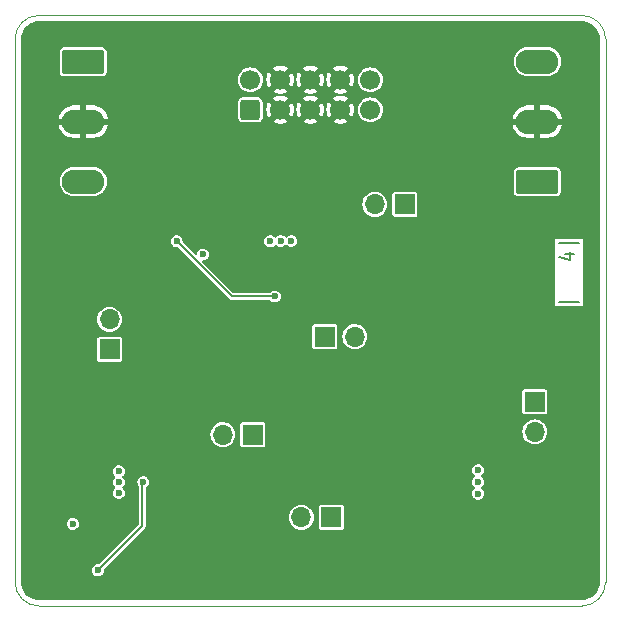
<source format=gbr>
%TF.GenerationSoftware,KiCad,Pcbnew,8.0.1*%
%TF.CreationDate,2024-04-20T12:15:38+02:00*%
%TF.ProjectId,nbg,6e62672e-6b69-4636-9164-5f7063625858,rev?*%
%TF.SameCoordinates,Original*%
%TF.FileFunction,Copper,L4,Bot*%
%TF.FilePolarity,Positive*%
%FSLAX46Y46*%
G04 Gerber Fmt 4.6, Leading zero omitted, Abs format (unit mm)*
G04 Created by KiCad (PCBNEW 8.0.1) date 2024-04-20 12:15:38*
%MOMM*%
%LPD*%
G01*
G04 APERTURE LIST*
G04 Aperture macros list*
%AMRoundRect*
0 Rectangle with rounded corners*
0 $1 Rounding radius*
0 $2 $3 $4 $5 $6 $7 $8 $9 X,Y pos of 4 corners*
0 Add a 4 corners polygon primitive as box body*
4,1,4,$2,$3,$4,$5,$6,$7,$8,$9,$2,$3,0*
0 Add four circle primitives for the rounded corners*
1,1,$1+$1,$2,$3*
1,1,$1+$1,$4,$5*
1,1,$1+$1,$6,$7*
1,1,$1+$1,$8,$9*
0 Add four rect primitives between the rounded corners*
20,1,$1+$1,$2,$3,$4,$5,0*
20,1,$1+$1,$4,$5,$6,$7,0*
20,1,$1+$1,$6,$7,$8,$9,0*
20,1,$1+$1,$8,$9,$2,$3,0*%
G04 Aperture macros list end*
%ADD10C,0.200000*%
%TA.AperFunction,NonConductor*%
%ADD11C,0.200000*%
%TD*%
%TA.AperFunction,ComponentPad*%
%ADD12R,1.700000X1.700000*%
%TD*%
%TA.AperFunction,ComponentPad*%
%ADD13O,1.700000X1.700000*%
%TD*%
%TA.AperFunction,ComponentPad*%
%ADD14RoundRect,0.249999X1.550001X-0.790001X1.550001X0.790001X-1.550001X0.790001X-1.550001X-0.790001X0*%
%TD*%
%TA.AperFunction,ComponentPad*%
%ADD15O,3.600000X2.080000*%
%TD*%
%TA.AperFunction,ComponentPad*%
%ADD16RoundRect,0.249999X-1.550001X0.790001X-1.550001X-0.790001X1.550001X-0.790001X1.550001X0.790001X0*%
%TD*%
%TA.AperFunction,ComponentPad*%
%ADD17RoundRect,0.250000X0.600000X-0.600000X0.600000X0.600000X-0.600000X0.600000X-0.600000X-0.600000X0*%
%TD*%
%TA.AperFunction,ComponentPad*%
%ADD18C,1.700000*%
%TD*%
%TA.AperFunction,ViaPad*%
%ADD19C,0.600000*%
%TD*%
%TA.AperFunction,Conductor*%
%ADD20C,0.200000*%
%TD*%
%TA.AperFunction,Profile*%
%ADD21C,0.050000*%
%TD*%
G04 APERTURE END LIST*
D10*
D11*
X92742742Y-74296993D02*
X91028457Y-74296993D01*
X91542742Y-70182707D02*
X92342742Y-70182707D01*
X91085600Y-70468421D02*
X91942742Y-70754135D01*
X91942742Y-70754135D02*
X91942742Y-70011278D01*
X92742742Y-69268421D02*
X91028457Y-69268421D01*
D12*
%TO.P,J7,1,Pin_1*%
%TO.N,/AP62250/Vin3*%
X71775000Y-92500000D03*
D13*
%TO.P,J7,2,Pin_2*%
%TO.N,/AP62250/V-in*%
X69235000Y-92500000D03*
%TD*%
D14*
%TO.P,J6,1,Pin_1*%
%TO.N,/AP62250/V-ut*%
X89222500Y-64080000D03*
D15*
%TO.P,J6,2,Pin_2*%
%TO.N,GND*%
X89222500Y-59000000D03*
%TO.P,J6,3,Pin_3*%
%TO.N,/AP62250/V+ut*%
X89222500Y-53920000D03*
%TD*%
D12*
%TO.P,J8,1,Pin_1*%
%TO.N,/AP62250/V-ut*%
X89000000Y-82725000D03*
D13*
%TO.P,J8,2,Pin_2*%
%TO.N,Net-(J8-Pin_2)*%
X89000000Y-85265000D03*
%TD*%
D12*
%TO.P,J1,1,Pin_1*%
%TO.N,/AP62250/V+in*%
X78000000Y-66000000D03*
D13*
%TO.P,J1,2,Pin_2*%
%TO.N,/AP62250/Vin1*%
X75460000Y-66000000D03*
%TD*%
D16*
%TO.P,J5,1,Pin_1*%
%TO.N,/AP62250/V+in*%
X50777500Y-53920000D03*
D15*
%TO.P,J5,2,Pin_2*%
%TO.N,GND*%
X50777500Y-59000000D03*
%TO.P,J5,3,Pin_3*%
%TO.N,/AP62250/V-in*%
X50777500Y-64080000D03*
%TD*%
D12*
%TO.P,J4,1,Pin_1*%
%TO.N,/AP62250/V-ut*%
X65133800Y-85500000D03*
D13*
%TO.P,J4,2,Pin_2*%
%TO.N,Net-(J4-Pin_2)*%
X62593800Y-85500000D03*
%TD*%
D12*
%TO.P,J3,1,Pin_1*%
%TO.N,Net-(J3-Pin_1)*%
X71225000Y-77199200D03*
D13*
%TO.P,J3,2,Pin_2*%
%TO.N,/AP62250/V+ut*%
X73765000Y-77199200D03*
%TD*%
D17*
%TO.P,J9,1,Pin_1*%
%TO.N,/AP62250/V-in*%
X64920000Y-58000000D03*
D18*
%TO.P,J9,2,Pin_2*%
X64920000Y-55460000D03*
%TO.P,J9,3,Pin_3*%
%TO.N,GND*%
X67460000Y-58000000D03*
%TO.P,J9,4,Pin_4*%
X67460000Y-55460000D03*
%TO.P,J9,5,Pin_5*%
X70000000Y-58000000D03*
%TO.P,J9,6,Pin_6*%
X70000000Y-55460000D03*
%TO.P,J9,7,Pin_7*%
X72540000Y-58000000D03*
%TO.P,J9,8,Pin_8*%
X72540000Y-55460000D03*
%TO.P,J9,9,Pin_9*%
%TO.N,/AP62250/V+in*%
X75080000Y-58000000D03*
%TO.P,J9,10,Pin_10*%
X75080000Y-55460000D03*
%TD*%
D12*
%TO.P,J2,1,Pin_1*%
%TO.N,/AP62250/Vin2*%
X53000000Y-78275000D03*
D13*
%TO.P,J2,2,Pin_2*%
%TO.N,/AP62250/V-in*%
X53000000Y-75735000D03*
%TD*%
D19*
%TO.N,GND*%
X85790339Y-88318963D03*
X82500000Y-70000000D03*
X77647600Y-69998819D03*
X55000000Y-72500000D03*
X55000000Y-67500000D03*
X52500000Y-62500000D03*
X77500000Y-62500000D03*
X62500000Y-62500000D03*
X82500000Y-62500000D03*
X67500000Y-62500000D03*
X72500000Y-62500000D03*
X57500000Y-62500000D03*
X87500000Y-57500000D03*
X87500000Y-82500000D03*
X87500000Y-67500000D03*
X87500000Y-72500000D03*
X87500000Y-77500000D03*
X87500000Y-62500000D03*
X92500000Y-67500000D03*
X92500000Y-92500000D03*
X92500000Y-77500000D03*
X92500000Y-97500000D03*
X92500000Y-82500000D03*
X92500000Y-87500000D03*
X92500000Y-62500000D03*
X92500000Y-57500000D03*
X92500000Y-52500000D03*
X87500000Y-52500000D03*
X82500000Y-52500000D03*
X77500000Y-52500000D03*
X72500000Y-52500000D03*
X67500000Y-52500000D03*
X62500000Y-52500000D03*
X57500000Y-52500000D03*
X47500000Y-52500000D03*
X47500000Y-57500000D03*
X47500000Y-62500000D03*
X47500000Y-67500000D03*
X47500000Y-72500000D03*
X47500000Y-77500000D03*
X47500000Y-97500000D03*
X47500000Y-92500000D03*
X47500000Y-87500000D03*
X47500000Y-82500000D03*
X50000000Y-80000000D03*
X55000000Y-80000000D03*
X60000000Y-80000000D03*
X65000000Y-80000000D03*
X70000000Y-80000000D03*
X65000000Y-90000000D03*
X70000000Y-90000000D03*
X70000000Y-85000000D03*
X75000000Y-82500000D03*
X75000000Y-87500000D03*
X65000000Y-95000000D03*
X70000000Y-95000000D03*
X75000000Y-95000000D03*
X76942449Y-98390697D03*
X71203728Y-98079850D03*
X66774152Y-98169517D03*
X62111440Y-96651147D03*
X82000000Y-98000000D03*
X81000000Y-88500000D03*
X54288800Y-86014000D03*
X50682000Y-90382800D03*
X63900000Y-66199200D03*
X78100000Y-87300000D03*
X84000000Y-86800000D03*
X54288800Y-86928400D03*
X67500000Y-72299200D03*
X54288800Y-83423200D03*
X81000000Y-90500000D03*
X54288800Y-82508800D03*
X54288800Y-81594400D03*
X79900000Y-95600000D03*
X74500000Y-72099200D03*
X84000000Y-86000000D03*
X81000000Y-89500000D03*
X84000000Y-83300000D03*
X71000000Y-72099200D03*
X84000000Y-85200000D03*
X50682000Y-89468400D03*
X71900000Y-72099200D03*
X50682000Y-88604800D03*
X84000000Y-81700000D03*
X68400000Y-72299200D03*
X84000000Y-82500000D03*
X75400000Y-72099200D03*
X82000000Y-95900000D03*
X73600000Y-72099200D03*
X70100000Y-72099200D03*
X66600000Y-72299200D03*
X78662500Y-77900000D03*
X54288800Y-85099600D03*
X79587500Y-80587500D03*
X51800000Y-95900000D03*
%TO.N,Net-(J3-Pin_1)*%
X67001600Y-73799200D03*
X58670400Y-69125600D03*
%TO.N,Net-(J4-Pin_2)*%
X52002800Y-96986800D03*
X55863600Y-89519200D03*
%TO.N,/AP62250/Vin1*%
X66595200Y-69125600D03*
X68400000Y-69099200D03*
X67500000Y-69099200D03*
X60905600Y-70243200D03*
%TO.N,/AP62250/Vin2*%
X53780800Y-90433600D03*
X53780800Y-89519200D03*
X49900000Y-93050000D03*
X53780800Y-88604800D03*
%TO.N,/AP62250/Vin3*%
X84200000Y-89500000D03*
X84200000Y-88500000D03*
X84200000Y-90500000D03*
%TD*%
D20*
%TO.N,Net-(J3-Pin_1)*%
X67001600Y-73799200D02*
X63344000Y-73799200D01*
X63344000Y-73799200D02*
X58670400Y-69125600D01*
%TO.N,Net-(J4-Pin_2)*%
X55863600Y-89519200D02*
X55762000Y-89620800D01*
X55762000Y-89620800D02*
X55762000Y-93227600D01*
X55762000Y-93227600D02*
X52002800Y-96986800D01*
%TD*%
%TA.AperFunction,Conductor*%
%TO.N,GND*%
G36*
X93002642Y-50500688D02*
G01*
X93208118Y-50515385D01*
X93218567Y-50516887D01*
X93274033Y-50528952D01*
X93417296Y-50560117D01*
X93427406Y-50563085D01*
X93617965Y-50634161D01*
X93627556Y-50638541D01*
X93747496Y-50704033D01*
X93806041Y-50736001D01*
X93814924Y-50741709D01*
X93977727Y-50863582D01*
X93985706Y-50870496D01*
X94129503Y-51014293D01*
X94136417Y-51022272D01*
X94258290Y-51185075D01*
X94263998Y-51193958D01*
X94361456Y-51372439D01*
X94365842Y-51382042D01*
X94436909Y-51572578D01*
X94439884Y-51582710D01*
X94483112Y-51781432D01*
X94484614Y-51791881D01*
X94499311Y-51997356D01*
X94499500Y-52002636D01*
X94499500Y-97997363D01*
X94499311Y-98002643D01*
X94484614Y-98208118D01*
X94483112Y-98218567D01*
X94439884Y-98417289D01*
X94436909Y-98427421D01*
X94365842Y-98617957D01*
X94361456Y-98627560D01*
X94263998Y-98806041D01*
X94258290Y-98814924D01*
X94136417Y-98977727D01*
X94129503Y-98985706D01*
X93985706Y-99129503D01*
X93977727Y-99136417D01*
X93814924Y-99258290D01*
X93806041Y-99263998D01*
X93627560Y-99361456D01*
X93617957Y-99365842D01*
X93427421Y-99436909D01*
X93417289Y-99439884D01*
X93218567Y-99483112D01*
X93208118Y-99484614D01*
X93025297Y-99497690D01*
X93002641Y-99499311D01*
X92997364Y-99499500D01*
X47002636Y-99499500D01*
X46997358Y-99499311D01*
X46972878Y-99497560D01*
X46791881Y-99484614D01*
X46781432Y-99483112D01*
X46582710Y-99439884D01*
X46572584Y-99436910D01*
X46382040Y-99365841D01*
X46372439Y-99361456D01*
X46193958Y-99263998D01*
X46185075Y-99258290D01*
X46022272Y-99136417D01*
X46014293Y-99129503D01*
X45870496Y-98985706D01*
X45863582Y-98977727D01*
X45741709Y-98814924D01*
X45736001Y-98806041D01*
X45638543Y-98627560D01*
X45634161Y-98617965D01*
X45563085Y-98427406D01*
X45560117Y-98417296D01*
X45516887Y-98218567D01*
X45515385Y-98208117D01*
X45500689Y-98002642D01*
X45500500Y-97997363D01*
X45500500Y-96986800D01*
X51497153Y-96986800D01*
X51517634Y-97129254D01*
X51577423Y-97260173D01*
X51671668Y-97368939D01*
X51671669Y-97368940D01*
X51671672Y-97368943D01*
X51792747Y-97446753D01*
X51899203Y-97478011D01*
X51930835Y-97487299D01*
X51930837Y-97487300D01*
X51930839Y-97487300D01*
X52074763Y-97487300D01*
X52074764Y-97487299D01*
X52212853Y-97446753D01*
X52333928Y-97368943D01*
X52428177Y-97260173D01*
X52487965Y-97129257D01*
X52508447Y-96986800D01*
X52503576Y-96952928D01*
X52517582Y-96898053D01*
X52524490Y-96890079D01*
X56002460Y-93412111D01*
X56042022Y-93343588D01*
X56062500Y-93267162D01*
X56062500Y-93188038D01*
X56062500Y-92500000D01*
X68179417Y-92500000D01*
X68199700Y-92705934D01*
X68259768Y-92903954D01*
X68357315Y-93086450D01*
X68488590Y-93246410D01*
X68648550Y-93377685D01*
X68831046Y-93475232D01*
X69029066Y-93535300D01*
X69235000Y-93555583D01*
X69440934Y-93535300D01*
X69638954Y-93475232D01*
X69821450Y-93377685D01*
X69831124Y-93369746D01*
X70724500Y-93369746D01*
X70736133Y-93428232D01*
X70765608Y-93472343D01*
X70780448Y-93494552D01*
X70803497Y-93509953D01*
X70846767Y-93538866D01*
X70846768Y-93538866D01*
X70846769Y-93538867D01*
X70905252Y-93550500D01*
X70905254Y-93550500D01*
X72644746Y-93550500D01*
X72644748Y-93550500D01*
X72703231Y-93538867D01*
X72769552Y-93494552D01*
X72813867Y-93428231D01*
X72825500Y-93369748D01*
X72825500Y-91630252D01*
X72813867Y-91571769D01*
X72769552Y-91505448D01*
X72747343Y-91490608D01*
X72703232Y-91461133D01*
X72703233Y-91461133D01*
X72673989Y-91455316D01*
X72644748Y-91449500D01*
X70905252Y-91449500D01*
X70876010Y-91455316D01*
X70846767Y-91461133D01*
X70780449Y-91505447D01*
X70780447Y-91505449D01*
X70736133Y-91571767D01*
X70724500Y-91630253D01*
X70724500Y-93369746D01*
X69831124Y-93369746D01*
X69981410Y-93246410D01*
X70112685Y-93086450D01*
X70210232Y-92903954D01*
X70270300Y-92705934D01*
X70290583Y-92500000D01*
X70270300Y-92294066D01*
X70210232Y-92096046D01*
X70112685Y-91913550D01*
X69981410Y-91753590D01*
X69821450Y-91622315D01*
X69638954Y-91524768D01*
X69527158Y-91490855D01*
X69440935Y-91464700D01*
X69235000Y-91444417D01*
X69029064Y-91464700D01*
X68831043Y-91524769D01*
X68648549Y-91622315D01*
X68488590Y-91753589D01*
X68488589Y-91753590D01*
X68357315Y-91913549D01*
X68259769Y-92096043D01*
X68199700Y-92294064D01*
X68199700Y-92294066D01*
X68179417Y-92500000D01*
X56062500Y-92500000D01*
X56062500Y-90500000D01*
X83694353Y-90500000D01*
X83714834Y-90642454D01*
X83774623Y-90773373D01*
X83868868Y-90882139D01*
X83868869Y-90882140D01*
X83868872Y-90882143D01*
X83989947Y-90959953D01*
X84096403Y-90991211D01*
X84128035Y-91000499D01*
X84128037Y-91000500D01*
X84128039Y-91000500D01*
X84271963Y-91000500D01*
X84271964Y-91000499D01*
X84410053Y-90959953D01*
X84531128Y-90882143D01*
X84625377Y-90773373D01*
X84685165Y-90642457D01*
X84705647Y-90500000D01*
X84685165Y-90357543D01*
X84625377Y-90226627D01*
X84531128Y-90117857D01*
X84444605Y-90062252D01*
X84412304Y-90015730D01*
X84422360Y-89959993D01*
X84444606Y-89937747D01*
X84446713Y-89936393D01*
X84531128Y-89882143D01*
X84625377Y-89773373D01*
X84685165Y-89642457D01*
X84705647Y-89500000D01*
X84685165Y-89357543D01*
X84625377Y-89226627D01*
X84601814Y-89199434D01*
X84531131Y-89117860D01*
X84531129Y-89117859D01*
X84531128Y-89117857D01*
X84444605Y-89062252D01*
X84412304Y-89015730D01*
X84422360Y-88959993D01*
X84444606Y-88937747D01*
X84531128Y-88882143D01*
X84625377Y-88773373D01*
X84685165Y-88642457D01*
X84705647Y-88500000D01*
X84685165Y-88357543D01*
X84625377Y-88226627D01*
X84531128Y-88117857D01*
X84474182Y-88081260D01*
X84410054Y-88040047D01*
X84410050Y-88040046D01*
X84271964Y-87999500D01*
X84271961Y-87999500D01*
X84128039Y-87999500D01*
X84128036Y-87999500D01*
X83989949Y-88040046D01*
X83989945Y-88040047D01*
X83868875Y-88117855D01*
X83868868Y-88117860D01*
X83774623Y-88226626D01*
X83714834Y-88357545D01*
X83694353Y-88500000D01*
X83714834Y-88642454D01*
X83774623Y-88773373D01*
X83868868Y-88882139D01*
X83868869Y-88882140D01*
X83868872Y-88882143D01*
X83955394Y-88937747D01*
X83987695Y-88984270D01*
X83977639Y-89040008D01*
X83955394Y-89062253D01*
X83868872Y-89117857D01*
X83868868Y-89117860D01*
X83774623Y-89226626D01*
X83714834Y-89357545D01*
X83694353Y-89500000D01*
X83714834Y-89642454D01*
X83714834Y-89642455D01*
X83714835Y-89642457D01*
X83774623Y-89773373D01*
X83868868Y-89882139D01*
X83868869Y-89882140D01*
X83868872Y-89882143D01*
X83953287Y-89936393D01*
X83955394Y-89937747D01*
X83987695Y-89984270D01*
X83977639Y-90040008D01*
X83955394Y-90062253D01*
X83868872Y-90117857D01*
X83868868Y-90117860D01*
X83774623Y-90226626D01*
X83714834Y-90357545D01*
X83694353Y-90500000D01*
X56062500Y-90500000D01*
X56062500Y-90026727D01*
X56084174Y-89974401D01*
X56096488Y-89964477D01*
X56194728Y-89901343D01*
X56288977Y-89792573D01*
X56348765Y-89661657D01*
X56369247Y-89519200D01*
X56348765Y-89376743D01*
X56288977Y-89245827D01*
X56194728Y-89137057D01*
X56137782Y-89100460D01*
X56073654Y-89059247D01*
X56073650Y-89059246D01*
X55935564Y-89018700D01*
X55935561Y-89018700D01*
X55791639Y-89018700D01*
X55791636Y-89018700D01*
X55653549Y-89059246D01*
X55653545Y-89059247D01*
X55532475Y-89137055D01*
X55532468Y-89137060D01*
X55438223Y-89245826D01*
X55378434Y-89376745D01*
X55357953Y-89519200D01*
X55378434Y-89661654D01*
X55378434Y-89661655D01*
X55378435Y-89661657D01*
X55438223Y-89792573D01*
X55438224Y-89792574D01*
X55443424Y-89798575D01*
X55461500Y-89847036D01*
X55461500Y-93072476D01*
X55439826Y-93124802D01*
X52100002Y-96464626D01*
X52047676Y-96486300D01*
X51930836Y-96486300D01*
X51792749Y-96526846D01*
X51792745Y-96526847D01*
X51671675Y-96604655D01*
X51671668Y-96604660D01*
X51577423Y-96713426D01*
X51517634Y-96844345D01*
X51497153Y-96986800D01*
X45500500Y-96986800D01*
X45500500Y-93050000D01*
X49394353Y-93050000D01*
X49414834Y-93192454D01*
X49414834Y-93192455D01*
X49414835Y-93192457D01*
X49439475Y-93246410D01*
X49474623Y-93323373D01*
X49568868Y-93432139D01*
X49568869Y-93432140D01*
X49568872Y-93432143D01*
X49635917Y-93475230D01*
X49665982Y-93494552D01*
X49689947Y-93509953D01*
X49776269Y-93535299D01*
X49828035Y-93550499D01*
X49828037Y-93550500D01*
X49828039Y-93550500D01*
X49971963Y-93550500D01*
X49971964Y-93550499D01*
X50110053Y-93509953D01*
X50231128Y-93432143D01*
X50325377Y-93323373D01*
X50385165Y-93192457D01*
X50405647Y-93050000D01*
X50385165Y-92907543D01*
X50325377Y-92776627D01*
X50231128Y-92667857D01*
X50174182Y-92631260D01*
X50110054Y-92590047D01*
X50110050Y-92590046D01*
X49971964Y-92549500D01*
X49971961Y-92549500D01*
X49828039Y-92549500D01*
X49828036Y-92549500D01*
X49689949Y-92590046D01*
X49689945Y-92590047D01*
X49568875Y-92667855D01*
X49568868Y-92667860D01*
X49474623Y-92776626D01*
X49414834Y-92907545D01*
X49394353Y-93050000D01*
X45500500Y-93050000D01*
X45500500Y-90433600D01*
X53275153Y-90433600D01*
X53295634Y-90576054D01*
X53355423Y-90706973D01*
X53449668Y-90815739D01*
X53449669Y-90815740D01*
X53449672Y-90815743D01*
X53542274Y-90875254D01*
X53552992Y-90882143D01*
X53570747Y-90893553D01*
X53677203Y-90924811D01*
X53708835Y-90934099D01*
X53708837Y-90934100D01*
X53708839Y-90934100D01*
X53852763Y-90934100D01*
X53852764Y-90934099D01*
X53990853Y-90893553D01*
X54111928Y-90815743D01*
X54206177Y-90706973D01*
X54265965Y-90576057D01*
X54286447Y-90433600D01*
X54265965Y-90291143D01*
X54206177Y-90160227D01*
X54169466Y-90117860D01*
X54111931Y-90051460D01*
X54111929Y-90051459D01*
X54111928Y-90051457D01*
X54092003Y-90038652D01*
X54059702Y-89992130D01*
X54069758Y-89936393D01*
X54092004Y-89914147D01*
X54111928Y-89901343D01*
X54206177Y-89792573D01*
X54265965Y-89661657D01*
X54286447Y-89519200D01*
X54265965Y-89376743D01*
X54206177Y-89245827D01*
X54111928Y-89137057D01*
X54092003Y-89124252D01*
X54059702Y-89077730D01*
X54069758Y-89021993D01*
X54092004Y-88999747D01*
X54111928Y-88986943D01*
X54206177Y-88878173D01*
X54265965Y-88747257D01*
X54286447Y-88604800D01*
X54265965Y-88462343D01*
X54206177Y-88331427D01*
X54115368Y-88226627D01*
X54111931Y-88222660D01*
X54111929Y-88222659D01*
X54111928Y-88222657D01*
X54054982Y-88186060D01*
X53990854Y-88144847D01*
X53990850Y-88144846D01*
X53852764Y-88104300D01*
X53852761Y-88104300D01*
X53708839Y-88104300D01*
X53708836Y-88104300D01*
X53570749Y-88144846D01*
X53570745Y-88144847D01*
X53449675Y-88222655D01*
X53449668Y-88222660D01*
X53355423Y-88331426D01*
X53295634Y-88462345D01*
X53275153Y-88604800D01*
X53295634Y-88747254D01*
X53355423Y-88878173D01*
X53449668Y-88986939D01*
X53449669Y-88986940D01*
X53449672Y-88986943D01*
X53449674Y-88986944D01*
X53449677Y-88986946D01*
X53469596Y-88999748D01*
X53501897Y-89046271D01*
X53491840Y-89102008D01*
X53469596Y-89124252D01*
X53449677Y-89137053D01*
X53449668Y-89137060D01*
X53355423Y-89245826D01*
X53295634Y-89376745D01*
X53275153Y-89519200D01*
X53295634Y-89661654D01*
X53355423Y-89792573D01*
X53449668Y-89901339D01*
X53449669Y-89901340D01*
X53449672Y-89901343D01*
X53449674Y-89901344D01*
X53449677Y-89901346D01*
X53469596Y-89914148D01*
X53501897Y-89960671D01*
X53491840Y-90016408D01*
X53469596Y-90038652D01*
X53449677Y-90051453D01*
X53449668Y-90051460D01*
X53355423Y-90160226D01*
X53295634Y-90291145D01*
X53275153Y-90433600D01*
X45500500Y-90433600D01*
X45500500Y-85500000D01*
X61538217Y-85500000D01*
X61558500Y-85705934D01*
X61618568Y-85903954D01*
X61716115Y-86086450D01*
X61847390Y-86246410D01*
X62007350Y-86377685D01*
X62189846Y-86475232D01*
X62387866Y-86535300D01*
X62593800Y-86555583D01*
X62799734Y-86535300D01*
X62997754Y-86475232D01*
X63180250Y-86377685D01*
X63189924Y-86369746D01*
X64083300Y-86369746D01*
X64094933Y-86428232D01*
X64124408Y-86472343D01*
X64139248Y-86494552D01*
X64183360Y-86524027D01*
X64205567Y-86538866D01*
X64205568Y-86538866D01*
X64205569Y-86538867D01*
X64264052Y-86550500D01*
X64264054Y-86550500D01*
X66003546Y-86550500D01*
X66003548Y-86550500D01*
X66062031Y-86538867D01*
X66128352Y-86494552D01*
X66172667Y-86428231D01*
X66184300Y-86369748D01*
X66184300Y-85265000D01*
X87944417Y-85265000D01*
X87964700Y-85470934D01*
X88024768Y-85668954D01*
X88122315Y-85851450D01*
X88253590Y-86011410D01*
X88413550Y-86142685D01*
X88596046Y-86240232D01*
X88794066Y-86300300D01*
X89000000Y-86320583D01*
X89205934Y-86300300D01*
X89403954Y-86240232D01*
X89586450Y-86142685D01*
X89746410Y-86011410D01*
X89877685Y-85851450D01*
X89975232Y-85668954D01*
X90035300Y-85470934D01*
X90055583Y-85265000D01*
X90035300Y-85059066D01*
X89975232Y-84861046D01*
X89877685Y-84678550D01*
X89746410Y-84518590D01*
X89730396Y-84505448D01*
X89586450Y-84387315D01*
X89403956Y-84289769D01*
X89403955Y-84289768D01*
X89403954Y-84289768D01*
X89292158Y-84255855D01*
X89205935Y-84229700D01*
X89000000Y-84209417D01*
X88794064Y-84229700D01*
X88596043Y-84289769D01*
X88413549Y-84387315D01*
X88253590Y-84518589D01*
X88253589Y-84518590D01*
X88122315Y-84678549D01*
X88024769Y-84861043D01*
X87964700Y-85059064D01*
X87964700Y-85059066D01*
X87944417Y-85265000D01*
X66184300Y-85265000D01*
X66184300Y-84630252D01*
X66172667Y-84571769D01*
X66128352Y-84505448D01*
X66106143Y-84490608D01*
X66062032Y-84461133D01*
X66062033Y-84461133D01*
X66032789Y-84455316D01*
X66003548Y-84449500D01*
X64264052Y-84449500D01*
X64234810Y-84455316D01*
X64205567Y-84461133D01*
X64139249Y-84505447D01*
X64139247Y-84505449D01*
X64094933Y-84571767D01*
X64083300Y-84630253D01*
X64083300Y-86369746D01*
X63189924Y-86369746D01*
X63340210Y-86246410D01*
X63471485Y-86086450D01*
X63569032Y-85903954D01*
X63629100Y-85705934D01*
X63649383Y-85500000D01*
X63629100Y-85294066D01*
X63569032Y-85096046D01*
X63471485Y-84913550D01*
X63340210Y-84753590D01*
X63180250Y-84622315D01*
X62997754Y-84524768D01*
X62885958Y-84490855D01*
X62799735Y-84464700D01*
X62593800Y-84444417D01*
X62387864Y-84464700D01*
X62189843Y-84524769D01*
X62007349Y-84622315D01*
X61847390Y-84753589D01*
X61847389Y-84753590D01*
X61716115Y-84913549D01*
X61618569Y-85096043D01*
X61558500Y-85294064D01*
X61558500Y-85294066D01*
X61538217Y-85500000D01*
X45500500Y-85500000D01*
X45500500Y-83594746D01*
X87949500Y-83594746D01*
X87961133Y-83653232D01*
X87990608Y-83697343D01*
X88005448Y-83719552D01*
X88049560Y-83749027D01*
X88071767Y-83763866D01*
X88071768Y-83763866D01*
X88071769Y-83763867D01*
X88130252Y-83775500D01*
X88130254Y-83775500D01*
X89869746Y-83775500D01*
X89869748Y-83775500D01*
X89928231Y-83763867D01*
X89994552Y-83719552D01*
X90038867Y-83653231D01*
X90050500Y-83594748D01*
X90050500Y-81855252D01*
X90038867Y-81796769D01*
X89994552Y-81730448D01*
X89972343Y-81715608D01*
X89928232Y-81686133D01*
X89928233Y-81686133D01*
X89898989Y-81680316D01*
X89869748Y-81674500D01*
X88130252Y-81674500D01*
X88101010Y-81680316D01*
X88071767Y-81686133D01*
X88005449Y-81730447D01*
X88005447Y-81730449D01*
X87961133Y-81796767D01*
X87949500Y-81855253D01*
X87949500Y-83594746D01*
X45500500Y-83594746D01*
X45500500Y-79144746D01*
X51949500Y-79144746D01*
X51961133Y-79203232D01*
X51990608Y-79247343D01*
X52005448Y-79269552D01*
X52049560Y-79299027D01*
X52071767Y-79313866D01*
X52071768Y-79313866D01*
X52071769Y-79313867D01*
X52130252Y-79325500D01*
X52130254Y-79325500D01*
X53869746Y-79325500D01*
X53869748Y-79325500D01*
X53928231Y-79313867D01*
X53994552Y-79269552D01*
X54038867Y-79203231D01*
X54050500Y-79144748D01*
X54050500Y-78068946D01*
X70174500Y-78068946D01*
X70186133Y-78127432D01*
X70215608Y-78171543D01*
X70230448Y-78193752D01*
X70274560Y-78223227D01*
X70296767Y-78238066D01*
X70296768Y-78238066D01*
X70296769Y-78238067D01*
X70355252Y-78249700D01*
X70355254Y-78249700D01*
X72094746Y-78249700D01*
X72094748Y-78249700D01*
X72153231Y-78238067D01*
X72219552Y-78193752D01*
X72263867Y-78127431D01*
X72275500Y-78068948D01*
X72275500Y-77199200D01*
X72709417Y-77199200D01*
X72729700Y-77405135D01*
X72729736Y-77405253D01*
X72789768Y-77603154D01*
X72887315Y-77785650D01*
X73018590Y-77945610D01*
X73178550Y-78076885D01*
X73361046Y-78174432D01*
X73559066Y-78234500D01*
X73765000Y-78254783D01*
X73970934Y-78234500D01*
X74168954Y-78174432D01*
X74351450Y-78076885D01*
X74511410Y-77945610D01*
X74642685Y-77785650D01*
X74740232Y-77603154D01*
X74800300Y-77405134D01*
X74820583Y-77199200D01*
X74800300Y-76993266D01*
X74740232Y-76795246D01*
X74642685Y-76612750D01*
X74511410Y-76452790D01*
X74351450Y-76321515D01*
X74168954Y-76223968D01*
X74057158Y-76190055D01*
X73970935Y-76163900D01*
X73765000Y-76143617D01*
X73559064Y-76163900D01*
X73361043Y-76223969D01*
X73178549Y-76321515D01*
X73018590Y-76452789D01*
X73018589Y-76452790D01*
X72887315Y-76612749D01*
X72789769Y-76795243D01*
X72729700Y-76993264D01*
X72709417Y-77199200D01*
X72275500Y-77199200D01*
X72275500Y-76329452D01*
X72263867Y-76270969D01*
X72219552Y-76204648D01*
X72197343Y-76189808D01*
X72153232Y-76160333D01*
X72153233Y-76160333D01*
X72123989Y-76154516D01*
X72094748Y-76148700D01*
X70355252Y-76148700D01*
X70326010Y-76154516D01*
X70296767Y-76160333D01*
X70230449Y-76204647D01*
X70230447Y-76204649D01*
X70186133Y-76270967D01*
X70174500Y-76329453D01*
X70174500Y-78068946D01*
X54050500Y-78068946D01*
X54050500Y-77405252D01*
X54038867Y-77346769D01*
X53994552Y-77280448D01*
X53972343Y-77265608D01*
X53928232Y-77236133D01*
X53928233Y-77236133D01*
X53898989Y-77230316D01*
X53869748Y-77224500D01*
X52130252Y-77224500D01*
X52101010Y-77230316D01*
X52071767Y-77236133D01*
X52005449Y-77280447D01*
X52005447Y-77280449D01*
X51961133Y-77346767D01*
X51961133Y-77346769D01*
X51949524Y-77405134D01*
X51949500Y-77405253D01*
X51949500Y-79144746D01*
X45500500Y-79144746D01*
X45500500Y-75735000D01*
X51944417Y-75735000D01*
X51964700Y-75940934D01*
X52024768Y-76138954D01*
X52122315Y-76321450D01*
X52253590Y-76481410D01*
X52413550Y-76612685D01*
X52596046Y-76710232D01*
X52794066Y-76770300D01*
X53000000Y-76790583D01*
X53205934Y-76770300D01*
X53403954Y-76710232D01*
X53586450Y-76612685D01*
X53746410Y-76481410D01*
X53877685Y-76321450D01*
X53975232Y-76138954D01*
X54035300Y-75940934D01*
X54055583Y-75735000D01*
X54035300Y-75529066D01*
X53975232Y-75331046D01*
X53877685Y-75148550D01*
X53746410Y-74988590D01*
X53586450Y-74857315D01*
X53403954Y-74759768D01*
X53292158Y-74725855D01*
X53205935Y-74699700D01*
X53000000Y-74679417D01*
X52794064Y-74699700D01*
X52596043Y-74759769D01*
X52413549Y-74857315D01*
X52253590Y-74988589D01*
X52253589Y-74988590D01*
X52122315Y-75148549D01*
X52024769Y-75331043D01*
X51964700Y-75529064D01*
X51964700Y-75529066D01*
X51944417Y-75735000D01*
X45500500Y-75735000D01*
X45500500Y-69125600D01*
X58164753Y-69125600D01*
X58185234Y-69268054D01*
X58185234Y-69268055D01*
X58185235Y-69268057D01*
X58232966Y-69372573D01*
X58245023Y-69398973D01*
X58339268Y-69507739D01*
X58339269Y-69507740D01*
X58339272Y-69507743D01*
X58460347Y-69585553D01*
X58566803Y-69616811D01*
X58598435Y-69626099D01*
X58598437Y-69626100D01*
X58715277Y-69626100D01*
X58767603Y-69647774D01*
X63159489Y-74039660D01*
X63228012Y-74079222D01*
X63304438Y-74099700D01*
X63383562Y-74099700D01*
X66565933Y-74099700D01*
X66618259Y-74121374D01*
X66621859Y-74125241D01*
X66670468Y-74181339D01*
X66670471Y-74181342D01*
X66670472Y-74181343D01*
X66791547Y-74259153D01*
X66898003Y-74290411D01*
X66929635Y-74299699D01*
X66929637Y-74299700D01*
X66929639Y-74299700D01*
X67073563Y-74299700D01*
X67073564Y-74299699D01*
X67211653Y-74259153D01*
X67332728Y-74181343D01*
X67426977Y-74072573D01*
X67486765Y-73941657D01*
X67507247Y-73799200D01*
X67486765Y-73656743D01*
X67426977Y-73525827D01*
X67332728Y-73417057D01*
X67275782Y-73380460D01*
X67211654Y-73339247D01*
X67211650Y-73339246D01*
X67073564Y-73298700D01*
X67073561Y-73298700D01*
X66929639Y-73298700D01*
X66929636Y-73298700D01*
X66791549Y-73339246D01*
X66791545Y-73339247D01*
X66670471Y-73417057D01*
X66670468Y-73417060D01*
X66621859Y-73473159D01*
X66571212Y-73498511D01*
X66565933Y-73498700D01*
X63499123Y-73498700D01*
X63446797Y-73477026D01*
X60839797Y-70870026D01*
X60818123Y-70817700D01*
X60839797Y-70765374D01*
X60892123Y-70743700D01*
X60977563Y-70743700D01*
X60977564Y-70743699D01*
X61115653Y-70703153D01*
X61236728Y-70625343D01*
X61330977Y-70516573D01*
X61390765Y-70385657D01*
X61411247Y-70243200D01*
X61390765Y-70100743D01*
X61330977Y-69969827D01*
X61236728Y-69861057D01*
X61179782Y-69824460D01*
X61115654Y-69783247D01*
X61115650Y-69783246D01*
X60977564Y-69742700D01*
X60977561Y-69742700D01*
X60833639Y-69742700D01*
X60833636Y-69742700D01*
X60695549Y-69783246D01*
X60695545Y-69783247D01*
X60574475Y-69861055D01*
X60574468Y-69861060D01*
X60480223Y-69969826D01*
X60420434Y-70100745D01*
X60399953Y-70243200D01*
X60399953Y-70248493D01*
X60397931Y-70248493D01*
X60385692Y-70296399D01*
X60336976Y-70325288D01*
X60282102Y-70311269D01*
X60274136Y-70304365D01*
X59192097Y-69222326D01*
X59170423Y-69170000D01*
X59171177Y-69159466D01*
X59176047Y-69125602D01*
X59176047Y-69125601D01*
X59176047Y-69125600D01*
X66089553Y-69125600D01*
X66110034Y-69268054D01*
X66110034Y-69268055D01*
X66110035Y-69268057D01*
X66157766Y-69372573D01*
X66169823Y-69398973D01*
X66264068Y-69507739D01*
X66264069Y-69507740D01*
X66264072Y-69507743D01*
X66385147Y-69585553D01*
X66491603Y-69616811D01*
X66523235Y-69626099D01*
X66523237Y-69626100D01*
X66523239Y-69626100D01*
X66667163Y-69626100D01*
X66667164Y-69626099D01*
X66805253Y-69585553D01*
X66926328Y-69507743D01*
X67003113Y-69419127D01*
X67053759Y-69393777D01*
X67107498Y-69411662D01*
X67114964Y-69419129D01*
X67168868Y-69481339D01*
X67168869Y-69481340D01*
X67168872Y-69481343D01*
X67289947Y-69559153D01*
X67379855Y-69585552D01*
X67428035Y-69599699D01*
X67428037Y-69599700D01*
X67428039Y-69599700D01*
X67571963Y-69599700D01*
X67571964Y-69599699D01*
X67710053Y-69559153D01*
X67831128Y-69481343D01*
X67894075Y-69408697D01*
X67944721Y-69383347D01*
X67998460Y-69401232D01*
X68005920Y-69408692D01*
X68068872Y-69481343D01*
X68189947Y-69559153D01*
X68279855Y-69585552D01*
X68328035Y-69599699D01*
X68328037Y-69599700D01*
X68328039Y-69599700D01*
X68471963Y-69599700D01*
X68471964Y-69599699D01*
X68610053Y-69559153D01*
X68731128Y-69481343D01*
X68825377Y-69372573D01*
X68885165Y-69241657D01*
X68905647Y-69099200D01*
X68886053Y-68962921D01*
X90722957Y-68962921D01*
X90722957Y-74602493D01*
X93048242Y-74602493D01*
X93048242Y-68962921D01*
X90722957Y-68962921D01*
X68886053Y-68962921D01*
X68885165Y-68956743D01*
X68825377Y-68825827D01*
X68754002Y-68743455D01*
X68731131Y-68717060D01*
X68731129Y-68717059D01*
X68731128Y-68717057D01*
X68674182Y-68680460D01*
X68610054Y-68639247D01*
X68610050Y-68639246D01*
X68471964Y-68598700D01*
X68471961Y-68598700D01*
X68328039Y-68598700D01*
X68328036Y-68598700D01*
X68189949Y-68639246D01*
X68189945Y-68639247D01*
X68068875Y-68717055D01*
X68068872Y-68717057D01*
X68005924Y-68789702D01*
X67955279Y-68815053D01*
X67901540Y-68797168D01*
X67894079Y-68789707D01*
X67831128Y-68717057D01*
X67774182Y-68680460D01*
X67710054Y-68639247D01*
X67710050Y-68639246D01*
X67571964Y-68598700D01*
X67571961Y-68598700D01*
X67428039Y-68598700D01*
X67428036Y-68598700D01*
X67289949Y-68639246D01*
X67289945Y-68639247D01*
X67168875Y-68717055D01*
X67168867Y-68717061D01*
X67092087Y-68805671D01*
X67041441Y-68831022D01*
X66987702Y-68813136D01*
X66980237Y-68805671D01*
X66926332Y-68743461D01*
X66926330Y-68743459D01*
X66926328Y-68743457D01*
X66869382Y-68706860D01*
X66805254Y-68665647D01*
X66805250Y-68665646D01*
X66667164Y-68625100D01*
X66667161Y-68625100D01*
X66523239Y-68625100D01*
X66523236Y-68625100D01*
X66385149Y-68665646D01*
X66385145Y-68665647D01*
X66264075Y-68743455D01*
X66264068Y-68743460D01*
X66169823Y-68852226D01*
X66110034Y-68983145D01*
X66089553Y-69125600D01*
X59176047Y-69125600D01*
X59155565Y-68983145D01*
X59155565Y-68983143D01*
X59095777Y-68852227D01*
X59055436Y-68805671D01*
X59001531Y-68743460D01*
X59001529Y-68743459D01*
X59001528Y-68743457D01*
X58944582Y-68706860D01*
X58880454Y-68665647D01*
X58880450Y-68665646D01*
X58742364Y-68625100D01*
X58742361Y-68625100D01*
X58598439Y-68625100D01*
X58598436Y-68625100D01*
X58460349Y-68665646D01*
X58460345Y-68665647D01*
X58339275Y-68743455D01*
X58339268Y-68743460D01*
X58245023Y-68852226D01*
X58185234Y-68983145D01*
X58164753Y-69125600D01*
X45500500Y-69125600D01*
X45500500Y-66000000D01*
X74404417Y-66000000D01*
X74424700Y-66205934D01*
X74484768Y-66403954D01*
X74582315Y-66586450D01*
X74713590Y-66746410D01*
X74873550Y-66877685D01*
X75056046Y-66975232D01*
X75254066Y-67035300D01*
X75460000Y-67055583D01*
X75665934Y-67035300D01*
X75863954Y-66975232D01*
X76046450Y-66877685D01*
X76056124Y-66869746D01*
X76949500Y-66869746D01*
X76961133Y-66928232D01*
X76990608Y-66972343D01*
X77005448Y-66994552D01*
X77049560Y-67024027D01*
X77071767Y-67038866D01*
X77071768Y-67038866D01*
X77071769Y-67038867D01*
X77130252Y-67050500D01*
X77130254Y-67050500D01*
X78869746Y-67050500D01*
X78869748Y-67050500D01*
X78928231Y-67038867D01*
X78994552Y-66994552D01*
X79038867Y-66928231D01*
X79050500Y-66869748D01*
X79050500Y-65130252D01*
X79038867Y-65071769D01*
X78994552Y-65005448D01*
X78972343Y-64990608D01*
X78928232Y-64961133D01*
X78928233Y-64961133D01*
X78895890Y-64954700D01*
X78869748Y-64949500D01*
X77130252Y-64949500D01*
X77104110Y-64954700D01*
X77071767Y-64961133D01*
X77005449Y-65005447D01*
X77005447Y-65005449D01*
X76961133Y-65071767D01*
X76949500Y-65130253D01*
X76949500Y-66869746D01*
X76056124Y-66869746D01*
X76206410Y-66746410D01*
X76337685Y-66586450D01*
X76435232Y-66403954D01*
X76495300Y-66205934D01*
X76515583Y-66000000D01*
X76495300Y-65794066D01*
X76435232Y-65596046D01*
X76337685Y-65413550D01*
X76206410Y-65253590D01*
X76177197Y-65229616D01*
X76046450Y-65122315D01*
X75863956Y-65024769D01*
X75863955Y-65024768D01*
X75863954Y-65024768D01*
X75752158Y-64990855D01*
X75665935Y-64964700D01*
X75460000Y-64944417D01*
X75254064Y-64964700D01*
X75056043Y-65024769D01*
X74873549Y-65122315D01*
X74713590Y-65253589D01*
X74713589Y-65253590D01*
X74582315Y-65413549D01*
X74484769Y-65596043D01*
X74424700Y-65794064D01*
X74424700Y-65794066D01*
X74404417Y-66000000D01*
X45500500Y-66000000D01*
X45500500Y-64177629D01*
X48777000Y-64177629D01*
X48807544Y-64370481D01*
X48807547Y-64370494D01*
X48867881Y-64556184D01*
X48867883Y-64556188D01*
X48950358Y-64718053D01*
X48956529Y-64730164D01*
X49071299Y-64888132D01*
X49209368Y-65026201D01*
X49209371Y-65026203D01*
X49209372Y-65026204D01*
X49352582Y-65130252D01*
X49367336Y-65140971D01*
X49535257Y-65226531D01*
X49541311Y-65229616D01*
X49541315Y-65229618D01*
X49727005Y-65289952D01*
X49727011Y-65289953D01*
X49727016Y-65289955D01*
X49855586Y-65310318D01*
X49919870Y-65320500D01*
X49919871Y-65320500D01*
X51635130Y-65320500D01*
X51683342Y-65312863D01*
X51827984Y-65289955D01*
X51827991Y-65289952D01*
X51827994Y-65289952D01*
X52013684Y-65229618D01*
X52013684Y-65229617D01*
X52013687Y-65229617D01*
X52187664Y-65140971D01*
X52345632Y-65026201D01*
X52447576Y-64924257D01*
X87222000Y-64924257D01*
X87222001Y-64924270D01*
X87224853Y-64954700D01*
X87249871Y-65026196D01*
X87269707Y-65082883D01*
X87350350Y-65192150D01*
X87459617Y-65272793D01*
X87587794Y-65317644D01*
X87587800Y-65317646D01*
X87618233Y-65320500D01*
X90826766Y-65320499D01*
X90857200Y-65317646D01*
X90985383Y-65272793D01*
X91094650Y-65192150D01*
X91175293Y-65082883D01*
X91220146Y-64954700D01*
X91223000Y-64924267D01*
X91222999Y-63235734D01*
X91220146Y-63205300D01*
X91175293Y-63077117D01*
X91094650Y-62967850D01*
X90985383Y-62887207D01*
X90985381Y-62887206D01*
X90857205Y-62842355D01*
X90857206Y-62842355D01*
X90857201Y-62842354D01*
X90857200Y-62842354D01*
X90826767Y-62839500D01*
X90826760Y-62839500D01*
X87618242Y-62839500D01*
X87618229Y-62839501D01*
X87587799Y-62842353D01*
X87459618Y-62887206D01*
X87350350Y-62967849D01*
X87350349Y-62967850D01*
X87269706Y-63077118D01*
X87224855Y-63205294D01*
X87224854Y-63205298D01*
X87224854Y-63205300D01*
X87222000Y-63235733D01*
X87222000Y-63235734D01*
X87222000Y-63235739D01*
X87222000Y-64924257D01*
X52447576Y-64924257D01*
X52483701Y-64888132D01*
X52598471Y-64730164D01*
X52687117Y-64556187D01*
X52747455Y-64370484D01*
X52778000Y-64177629D01*
X52778000Y-63982371D01*
X52747455Y-63789516D01*
X52747453Y-63789511D01*
X52747452Y-63789505D01*
X52687118Y-63603815D01*
X52687116Y-63603811D01*
X52684031Y-63597757D01*
X52598471Y-63429836D01*
X52483701Y-63271868D01*
X52345632Y-63133799D01*
X52345629Y-63133796D01*
X52345627Y-63133795D01*
X52187666Y-63019030D01*
X52187660Y-63019027D01*
X52013688Y-62930383D01*
X52013684Y-62930381D01*
X51827994Y-62870047D01*
X51827981Y-62870044D01*
X51635130Y-62839500D01*
X51635129Y-62839500D01*
X49919871Y-62839500D01*
X49919870Y-62839500D01*
X49727018Y-62870044D01*
X49727005Y-62870047D01*
X49541315Y-62930381D01*
X49541311Y-62930383D01*
X49367339Y-63019027D01*
X49367333Y-63019030D01*
X49209372Y-63133795D01*
X49071295Y-63271872D01*
X48956530Y-63429833D01*
X48956527Y-63429839D01*
X48867883Y-63603811D01*
X48867881Y-63603815D01*
X48807547Y-63789505D01*
X48807544Y-63789518D01*
X48777000Y-63982370D01*
X48777000Y-64177629D01*
X45500500Y-64177629D01*
X45500500Y-59250001D01*
X48670018Y-59250001D01*
X48681233Y-59320806D01*
X48681236Y-59320819D01*
X48747869Y-59525894D01*
X48747871Y-59525898D01*
X48845769Y-59718032D01*
X48845772Y-59718038D01*
X48972519Y-59892490D01*
X48972528Y-59892500D01*
X49125000Y-60044972D01*
X49125009Y-60044980D01*
X49299461Y-60171727D01*
X49299467Y-60171730D01*
X49491601Y-60269628D01*
X49491605Y-60269630D01*
X49696680Y-60336263D01*
X49696693Y-60336266D01*
X49909678Y-60370000D01*
X50527500Y-60370000D01*
X50527500Y-59654120D01*
X50573318Y-59673099D01*
X50708556Y-59700000D01*
X50846444Y-59700000D01*
X50981682Y-59673099D01*
X51027500Y-59654120D01*
X51027500Y-60370000D01*
X51645322Y-60370000D01*
X51858306Y-60336266D01*
X51858319Y-60336263D01*
X52063394Y-60269630D01*
X52063398Y-60269628D01*
X52255532Y-60171730D01*
X52255538Y-60171727D01*
X52429990Y-60044980D01*
X52430000Y-60044972D01*
X52582472Y-59892500D01*
X52582480Y-59892490D01*
X52709227Y-59718038D01*
X52709230Y-59718032D01*
X52807128Y-59525898D01*
X52807130Y-59525894D01*
X52873763Y-59320819D01*
X52873766Y-59320806D01*
X52884981Y-59250001D01*
X87115018Y-59250001D01*
X87126233Y-59320806D01*
X87126236Y-59320819D01*
X87192869Y-59525894D01*
X87192871Y-59525898D01*
X87290769Y-59718032D01*
X87290772Y-59718038D01*
X87417519Y-59892490D01*
X87417528Y-59892500D01*
X87570000Y-60044972D01*
X87570009Y-60044980D01*
X87744461Y-60171727D01*
X87744467Y-60171730D01*
X87936601Y-60269628D01*
X87936605Y-60269630D01*
X88141680Y-60336263D01*
X88141693Y-60336266D01*
X88354678Y-60370000D01*
X88972500Y-60370000D01*
X88972500Y-59654120D01*
X89018318Y-59673099D01*
X89153556Y-59700000D01*
X89291444Y-59700000D01*
X89426682Y-59673099D01*
X89472500Y-59654120D01*
X89472500Y-60370000D01*
X90090322Y-60370000D01*
X90303306Y-60336266D01*
X90303319Y-60336263D01*
X90508394Y-60269630D01*
X90508398Y-60269628D01*
X90700532Y-60171730D01*
X90700538Y-60171727D01*
X90874990Y-60044980D01*
X90875000Y-60044972D01*
X91027472Y-59892500D01*
X91027480Y-59892490D01*
X91154227Y-59718038D01*
X91154230Y-59718032D01*
X91252128Y-59525898D01*
X91252130Y-59525894D01*
X91318763Y-59320819D01*
X91318766Y-59320806D01*
X91329981Y-59250001D01*
X91329980Y-59250000D01*
X89876621Y-59250000D01*
X89895599Y-59204182D01*
X89922500Y-59068944D01*
X89922500Y-58931056D01*
X89895599Y-58795818D01*
X89876621Y-58750000D01*
X91329980Y-58750000D01*
X91329981Y-58749998D01*
X91318766Y-58679193D01*
X91318763Y-58679180D01*
X91252130Y-58474105D01*
X91252128Y-58474101D01*
X91154230Y-58281967D01*
X91154227Y-58281961D01*
X91027480Y-58107509D01*
X91027472Y-58107500D01*
X90875000Y-57955028D01*
X90874990Y-57955019D01*
X90700538Y-57828272D01*
X90700532Y-57828269D01*
X90508398Y-57730371D01*
X90508394Y-57730369D01*
X90303319Y-57663736D01*
X90303306Y-57663733D01*
X90090322Y-57630000D01*
X89472500Y-57630000D01*
X89472500Y-58345879D01*
X89426682Y-58326901D01*
X89291444Y-58300000D01*
X89153556Y-58300000D01*
X89018318Y-58326901D01*
X88972500Y-58345879D01*
X88972500Y-57630000D01*
X88354678Y-57630000D01*
X88141693Y-57663733D01*
X88141680Y-57663736D01*
X87936605Y-57730369D01*
X87936601Y-57730371D01*
X87744467Y-57828269D01*
X87744461Y-57828272D01*
X87570009Y-57955019D01*
X87417519Y-58107509D01*
X87290772Y-58281961D01*
X87290769Y-58281967D01*
X87192871Y-58474101D01*
X87192869Y-58474105D01*
X87126236Y-58679180D01*
X87126233Y-58679193D01*
X87115018Y-58749998D01*
X87115020Y-58750000D01*
X88568379Y-58750000D01*
X88549401Y-58795818D01*
X88522500Y-58931056D01*
X88522500Y-59068944D01*
X88549401Y-59204182D01*
X88568379Y-59250000D01*
X87115020Y-59250000D01*
X87115018Y-59250001D01*
X52884981Y-59250001D01*
X52884980Y-59250000D01*
X51431621Y-59250000D01*
X51450599Y-59204182D01*
X51477500Y-59068944D01*
X51477500Y-58931056D01*
X51450599Y-58795818D01*
X51431621Y-58750000D01*
X52884980Y-58750000D01*
X52884981Y-58749998D01*
X52873766Y-58679193D01*
X52873763Y-58679180D01*
X52865668Y-58654266D01*
X63869500Y-58654266D01*
X63872354Y-58684699D01*
X63872354Y-58684701D01*
X63872355Y-58684704D01*
X63917206Y-58812881D01*
X63917207Y-58812883D01*
X63997846Y-58922146D01*
X63997853Y-58922153D01*
X64107116Y-59002792D01*
X64107118Y-59002793D01*
X64235295Y-59047644D01*
X64235301Y-59047646D01*
X64265734Y-59050500D01*
X64265741Y-59050500D01*
X65574258Y-59050500D01*
X65574266Y-59050500D01*
X65604699Y-59047646D01*
X65732882Y-59002793D01*
X65842150Y-58922150D01*
X65922793Y-58812882D01*
X65967646Y-58684699D01*
X65970500Y-58654266D01*
X65970500Y-58000003D01*
X66274945Y-58000003D01*
X66295121Y-58217747D01*
X66354967Y-58428085D01*
X66354969Y-58428090D01*
X66452445Y-58623849D01*
X66452447Y-58623853D01*
X66465417Y-58641028D01*
X66977037Y-58129407D01*
X66994075Y-58192993D01*
X67059901Y-58307007D01*
X67152993Y-58400099D01*
X67267007Y-58465925D01*
X67330590Y-58482962D01*
X66821199Y-58992352D01*
X66931771Y-59060814D01*
X66931781Y-59060819D01*
X67135691Y-59139815D01*
X67350653Y-59179999D01*
X67350657Y-59180000D01*
X67569343Y-59180000D01*
X67569346Y-59179999D01*
X67784308Y-59139815D01*
X67988218Y-59060819D01*
X67988228Y-59060814D01*
X68098798Y-58992351D01*
X67589409Y-58482962D01*
X67652993Y-58465925D01*
X67767007Y-58400099D01*
X67860099Y-58307007D01*
X67925925Y-58192993D01*
X67942962Y-58129409D01*
X68454580Y-58641027D01*
X68454581Y-58641027D01*
X68467555Y-58623848D01*
X68565030Y-58428090D01*
X68565032Y-58428085D01*
X68624878Y-58217747D01*
X68645055Y-58000003D01*
X68814945Y-58000003D01*
X68835121Y-58217747D01*
X68894967Y-58428085D01*
X68894969Y-58428090D01*
X68992445Y-58623849D01*
X68992447Y-58623853D01*
X69005417Y-58641028D01*
X69517037Y-58129407D01*
X69534075Y-58192993D01*
X69599901Y-58307007D01*
X69692993Y-58400099D01*
X69807007Y-58465925D01*
X69870590Y-58482962D01*
X69361199Y-58992352D01*
X69471771Y-59060814D01*
X69471781Y-59060819D01*
X69675691Y-59139815D01*
X69890653Y-59179999D01*
X69890657Y-59180000D01*
X70109343Y-59180000D01*
X70109346Y-59179999D01*
X70324308Y-59139815D01*
X70528218Y-59060819D01*
X70528228Y-59060814D01*
X70638798Y-58992351D01*
X70129409Y-58482962D01*
X70192993Y-58465925D01*
X70307007Y-58400099D01*
X70400099Y-58307007D01*
X70465925Y-58192993D01*
X70482962Y-58129409D01*
X70994580Y-58641027D01*
X70994581Y-58641027D01*
X71007555Y-58623848D01*
X71105030Y-58428090D01*
X71105032Y-58428085D01*
X71164878Y-58217747D01*
X71185055Y-58000003D01*
X71354945Y-58000003D01*
X71375121Y-58217747D01*
X71434967Y-58428085D01*
X71434969Y-58428090D01*
X71532445Y-58623849D01*
X71532447Y-58623853D01*
X71545417Y-58641028D01*
X72057037Y-58129407D01*
X72074075Y-58192993D01*
X72139901Y-58307007D01*
X72232993Y-58400099D01*
X72347007Y-58465925D01*
X72410590Y-58482962D01*
X71901199Y-58992352D01*
X72011771Y-59060814D01*
X72011781Y-59060819D01*
X72215691Y-59139815D01*
X72430653Y-59179999D01*
X72430657Y-59180000D01*
X72649343Y-59180000D01*
X72649346Y-59179999D01*
X72864308Y-59139815D01*
X73068218Y-59060819D01*
X73068228Y-59060814D01*
X73178798Y-58992351D01*
X72669409Y-58482962D01*
X72732993Y-58465925D01*
X72847007Y-58400099D01*
X72940099Y-58307007D01*
X73005925Y-58192993D01*
X73022962Y-58129409D01*
X73534580Y-58641027D01*
X73534581Y-58641027D01*
X73547555Y-58623848D01*
X73645030Y-58428090D01*
X73645032Y-58428085D01*
X73704878Y-58217747D01*
X73725055Y-58000003D01*
X73725055Y-58000000D01*
X74024417Y-58000000D01*
X74044700Y-58205935D01*
X74104769Y-58403956D01*
X74202315Y-58586450D01*
X74269590Y-58668426D01*
X74333590Y-58746410D01*
X74493550Y-58877685D01*
X74676046Y-58975232D01*
X74874066Y-59035300D01*
X75080000Y-59055583D01*
X75285934Y-59035300D01*
X75483954Y-58975232D01*
X75666450Y-58877685D01*
X75826410Y-58746410D01*
X75957685Y-58586450D01*
X76055232Y-58403954D01*
X76115300Y-58205934D01*
X76135583Y-58000000D01*
X76115300Y-57794066D01*
X76055232Y-57596046D01*
X75957685Y-57413550D01*
X75826410Y-57253590D01*
X75666450Y-57122315D01*
X75483954Y-57024768D01*
X75372158Y-56990855D01*
X75285935Y-56964700D01*
X75080000Y-56944417D01*
X74874064Y-56964700D01*
X74676043Y-57024769D01*
X74493549Y-57122315D01*
X74333590Y-57253589D01*
X74333589Y-57253590D01*
X74202315Y-57413549D01*
X74104769Y-57596043D01*
X74044700Y-57794064D01*
X74024417Y-58000000D01*
X73725055Y-58000000D01*
X73725055Y-57999996D01*
X73704878Y-57782252D01*
X73645032Y-57571914D01*
X73645030Y-57571909D01*
X73547555Y-57376151D01*
X73534580Y-57358971D01*
X73022962Y-57870589D01*
X73005925Y-57807007D01*
X72940099Y-57692993D01*
X72847007Y-57599901D01*
X72732993Y-57534075D01*
X72669407Y-57517037D01*
X73178799Y-57007646D01*
X73068228Y-56939185D01*
X73068218Y-56939180D01*
X72864308Y-56860184D01*
X72649346Y-56820000D01*
X72430653Y-56820000D01*
X72215691Y-56860184D01*
X72011781Y-56939180D01*
X72011765Y-56939187D01*
X71901199Y-57007646D01*
X72410590Y-57517037D01*
X72347007Y-57534075D01*
X72232993Y-57599901D01*
X72139901Y-57692993D01*
X72074075Y-57807007D01*
X72057037Y-57870590D01*
X71545418Y-57358971D01*
X71532446Y-57376148D01*
X71532445Y-57376151D01*
X71434969Y-57571909D01*
X71434967Y-57571914D01*
X71375121Y-57782252D01*
X71354945Y-57999996D01*
X71354945Y-58000003D01*
X71185055Y-58000003D01*
X71185055Y-57999996D01*
X71164878Y-57782252D01*
X71105032Y-57571914D01*
X71105030Y-57571909D01*
X71007555Y-57376151D01*
X70994580Y-57358971D01*
X70482962Y-57870589D01*
X70465925Y-57807007D01*
X70400099Y-57692993D01*
X70307007Y-57599901D01*
X70192993Y-57534075D01*
X70129407Y-57517037D01*
X70638799Y-57007646D01*
X70528228Y-56939185D01*
X70528218Y-56939180D01*
X70324308Y-56860184D01*
X70109346Y-56820000D01*
X69890653Y-56820000D01*
X69675691Y-56860184D01*
X69471781Y-56939180D01*
X69471765Y-56939187D01*
X69361199Y-57007646D01*
X69870590Y-57517037D01*
X69807007Y-57534075D01*
X69692993Y-57599901D01*
X69599901Y-57692993D01*
X69534075Y-57807007D01*
X69517037Y-57870590D01*
X69005418Y-57358971D01*
X68992446Y-57376148D01*
X68992445Y-57376151D01*
X68894969Y-57571909D01*
X68894967Y-57571914D01*
X68835121Y-57782252D01*
X68814945Y-57999996D01*
X68814945Y-58000003D01*
X68645055Y-58000003D01*
X68645055Y-57999996D01*
X68624878Y-57782252D01*
X68565032Y-57571914D01*
X68565030Y-57571909D01*
X68467555Y-57376151D01*
X68454580Y-57358971D01*
X67942962Y-57870589D01*
X67925925Y-57807007D01*
X67860099Y-57692993D01*
X67767007Y-57599901D01*
X67652993Y-57534075D01*
X67589407Y-57517037D01*
X68098799Y-57007646D01*
X67988228Y-56939185D01*
X67988218Y-56939180D01*
X67784308Y-56860184D01*
X67569346Y-56820000D01*
X67350653Y-56820000D01*
X67135691Y-56860184D01*
X66931781Y-56939180D01*
X66931765Y-56939187D01*
X66821199Y-57007646D01*
X67330590Y-57517037D01*
X67267007Y-57534075D01*
X67152993Y-57599901D01*
X67059901Y-57692993D01*
X66994075Y-57807007D01*
X66977037Y-57870590D01*
X66465418Y-57358971D01*
X66452446Y-57376148D01*
X66452445Y-57376151D01*
X66354969Y-57571909D01*
X66354967Y-57571914D01*
X66295121Y-57782252D01*
X66274945Y-57999996D01*
X66274945Y-58000003D01*
X65970500Y-58000003D01*
X65970500Y-57345734D01*
X65967646Y-57315301D01*
X65946052Y-57253590D01*
X65922793Y-57187118D01*
X65922792Y-57187116D01*
X65842153Y-57077853D01*
X65842146Y-57077846D01*
X65732883Y-56997207D01*
X65732881Y-56997206D01*
X65604704Y-56952355D01*
X65604705Y-56952355D01*
X65604700Y-56952354D01*
X65604699Y-56952354D01*
X65574266Y-56949500D01*
X64265734Y-56949500D01*
X64235301Y-56952354D01*
X64235299Y-56952354D01*
X64235295Y-56952355D01*
X64107118Y-56997206D01*
X64107116Y-56997207D01*
X63997853Y-57077846D01*
X63997846Y-57077853D01*
X63917207Y-57187116D01*
X63917206Y-57187118D01*
X63872355Y-57315295D01*
X63872354Y-57315299D01*
X63872354Y-57315301D01*
X63869500Y-57345734D01*
X63869500Y-58654266D01*
X52865668Y-58654266D01*
X52807130Y-58474105D01*
X52807128Y-58474101D01*
X52709230Y-58281967D01*
X52709227Y-58281961D01*
X52582480Y-58107509D01*
X52582472Y-58107500D01*
X52430000Y-57955028D01*
X52429990Y-57955019D01*
X52255538Y-57828272D01*
X52255532Y-57828269D01*
X52063398Y-57730371D01*
X52063394Y-57730369D01*
X51858319Y-57663736D01*
X51858306Y-57663733D01*
X51645322Y-57630000D01*
X51027500Y-57630000D01*
X51027500Y-58345879D01*
X50981682Y-58326901D01*
X50846444Y-58300000D01*
X50708556Y-58300000D01*
X50573318Y-58326901D01*
X50527500Y-58345879D01*
X50527500Y-57630000D01*
X49909678Y-57630000D01*
X49696693Y-57663733D01*
X49696680Y-57663736D01*
X49491605Y-57730369D01*
X49491601Y-57730371D01*
X49299467Y-57828269D01*
X49299461Y-57828272D01*
X49125009Y-57955019D01*
X48972519Y-58107509D01*
X48845772Y-58281961D01*
X48845769Y-58281967D01*
X48747871Y-58474101D01*
X48747869Y-58474105D01*
X48681236Y-58679180D01*
X48681233Y-58679193D01*
X48670018Y-58749998D01*
X48670020Y-58750000D01*
X50123379Y-58750000D01*
X50104401Y-58795818D01*
X50077500Y-58931056D01*
X50077500Y-59068944D01*
X50104401Y-59204182D01*
X50123379Y-59250000D01*
X48670020Y-59250000D01*
X48670018Y-59250001D01*
X45500500Y-59250001D01*
X45500500Y-55460000D01*
X63864417Y-55460000D01*
X63884700Y-55665934D01*
X63944768Y-55863954D01*
X64042315Y-56046450D01*
X64173590Y-56206410D01*
X64333550Y-56337685D01*
X64516046Y-56435232D01*
X64714066Y-56495300D01*
X64920000Y-56515583D01*
X65125934Y-56495300D01*
X65323954Y-56435232D01*
X65506450Y-56337685D01*
X65666410Y-56206410D01*
X65797685Y-56046450D01*
X65895232Y-55863954D01*
X65955300Y-55665934D01*
X65975583Y-55460003D01*
X66274945Y-55460003D01*
X66295121Y-55677747D01*
X66354967Y-55888085D01*
X66354969Y-55888090D01*
X66452445Y-56083849D01*
X66452447Y-56083853D01*
X66465417Y-56101028D01*
X66977037Y-55589407D01*
X66994075Y-55652993D01*
X67059901Y-55767007D01*
X67152993Y-55860099D01*
X67267007Y-55925925D01*
X67330590Y-55942962D01*
X66821199Y-56452352D01*
X66931771Y-56520814D01*
X66931781Y-56520819D01*
X67135691Y-56599815D01*
X67350653Y-56639999D01*
X67350657Y-56640000D01*
X67569343Y-56640000D01*
X67569346Y-56639999D01*
X67784308Y-56599815D01*
X67988218Y-56520819D01*
X67988228Y-56520814D01*
X68098798Y-56452351D01*
X67589409Y-55942962D01*
X67652993Y-55925925D01*
X67767007Y-55860099D01*
X67860099Y-55767007D01*
X67925925Y-55652993D01*
X67942962Y-55589409D01*
X68454580Y-56101027D01*
X68454581Y-56101027D01*
X68467555Y-56083848D01*
X68565030Y-55888090D01*
X68565032Y-55888085D01*
X68624878Y-55677747D01*
X68645055Y-55460003D01*
X68814945Y-55460003D01*
X68835121Y-55677747D01*
X68894967Y-55888085D01*
X68894969Y-55888090D01*
X68992445Y-56083849D01*
X68992447Y-56083853D01*
X69005417Y-56101028D01*
X69517037Y-55589407D01*
X69534075Y-55652993D01*
X69599901Y-55767007D01*
X69692993Y-55860099D01*
X69807007Y-55925925D01*
X69870590Y-55942962D01*
X69361199Y-56452352D01*
X69471771Y-56520814D01*
X69471781Y-56520819D01*
X69675691Y-56599815D01*
X69890653Y-56639999D01*
X69890657Y-56640000D01*
X70109343Y-56640000D01*
X70109346Y-56639999D01*
X70324308Y-56599815D01*
X70528218Y-56520819D01*
X70528228Y-56520814D01*
X70638798Y-56452351D01*
X70129409Y-55942962D01*
X70192993Y-55925925D01*
X70307007Y-55860099D01*
X70400099Y-55767007D01*
X70465925Y-55652993D01*
X70482962Y-55589409D01*
X70994580Y-56101027D01*
X70994581Y-56101027D01*
X71007555Y-56083848D01*
X71105030Y-55888090D01*
X71105032Y-55888085D01*
X71164878Y-55677747D01*
X71185055Y-55460003D01*
X71354945Y-55460003D01*
X71375121Y-55677747D01*
X71434967Y-55888085D01*
X71434969Y-55888090D01*
X71532445Y-56083849D01*
X71532447Y-56083853D01*
X71545417Y-56101028D01*
X72057037Y-55589407D01*
X72074075Y-55652993D01*
X72139901Y-55767007D01*
X72232993Y-55860099D01*
X72347007Y-55925925D01*
X72410590Y-55942962D01*
X71901199Y-56452352D01*
X72011771Y-56520814D01*
X72011781Y-56520819D01*
X72215691Y-56599815D01*
X72430653Y-56639999D01*
X72430657Y-56640000D01*
X72649343Y-56640000D01*
X72649346Y-56639999D01*
X72864308Y-56599815D01*
X73068218Y-56520819D01*
X73068228Y-56520814D01*
X73178798Y-56452351D01*
X72669409Y-55942962D01*
X72732993Y-55925925D01*
X72847007Y-55860099D01*
X72940099Y-55767007D01*
X73005925Y-55652993D01*
X73022962Y-55589409D01*
X73534580Y-56101027D01*
X73534581Y-56101027D01*
X73547555Y-56083848D01*
X73645030Y-55888090D01*
X73645032Y-55888085D01*
X73704878Y-55677747D01*
X73725055Y-55460003D01*
X73725055Y-55460000D01*
X74024417Y-55460000D01*
X74044700Y-55665934D01*
X74104768Y-55863954D01*
X74202315Y-56046450D01*
X74333590Y-56206410D01*
X74493550Y-56337685D01*
X74676046Y-56435232D01*
X74874066Y-56495300D01*
X75080000Y-56515583D01*
X75285934Y-56495300D01*
X75483954Y-56435232D01*
X75666450Y-56337685D01*
X75826410Y-56206410D01*
X75957685Y-56046450D01*
X76055232Y-55863954D01*
X76115300Y-55665934D01*
X76135583Y-55460000D01*
X76115300Y-55254066D01*
X76055232Y-55056046D01*
X75957685Y-54873550D01*
X75826410Y-54713590D01*
X75666450Y-54582315D01*
X75483954Y-54484768D01*
X75372158Y-54450855D01*
X75285935Y-54424700D01*
X75080000Y-54404417D01*
X74874064Y-54424700D01*
X74676043Y-54484769D01*
X74493549Y-54582315D01*
X74333590Y-54713589D01*
X74333589Y-54713590D01*
X74202315Y-54873549D01*
X74104769Y-55056043D01*
X74044700Y-55254064D01*
X74044700Y-55254066D01*
X74024417Y-55460000D01*
X73725055Y-55460000D01*
X73725055Y-55459996D01*
X73704878Y-55242252D01*
X73645032Y-55031914D01*
X73645030Y-55031909D01*
X73547555Y-54836151D01*
X73534580Y-54818971D01*
X73022962Y-55330589D01*
X73005925Y-55267007D01*
X72940099Y-55152993D01*
X72847007Y-55059901D01*
X72732993Y-54994075D01*
X72669407Y-54977037D01*
X73178799Y-54467646D01*
X73068228Y-54399185D01*
X73068218Y-54399180D01*
X72864308Y-54320184D01*
X72649346Y-54280000D01*
X72430653Y-54280000D01*
X72215691Y-54320184D01*
X72011781Y-54399180D01*
X72011765Y-54399187D01*
X71901199Y-54467646D01*
X72410590Y-54977037D01*
X72347007Y-54994075D01*
X72232993Y-55059901D01*
X72139901Y-55152993D01*
X72074075Y-55267007D01*
X72057037Y-55330590D01*
X71545418Y-54818971D01*
X71532446Y-54836148D01*
X71532445Y-54836151D01*
X71434969Y-55031909D01*
X71434967Y-55031914D01*
X71375121Y-55242252D01*
X71354945Y-55459996D01*
X71354945Y-55460003D01*
X71185055Y-55460003D01*
X71185055Y-55459996D01*
X71164878Y-55242252D01*
X71105032Y-55031914D01*
X71105030Y-55031909D01*
X71007555Y-54836151D01*
X70994580Y-54818971D01*
X70482962Y-55330589D01*
X70465925Y-55267007D01*
X70400099Y-55152993D01*
X70307007Y-55059901D01*
X70192993Y-54994075D01*
X70129407Y-54977037D01*
X70638799Y-54467646D01*
X70528228Y-54399185D01*
X70528218Y-54399180D01*
X70324308Y-54320184D01*
X70109346Y-54280000D01*
X69890653Y-54280000D01*
X69675691Y-54320184D01*
X69471781Y-54399180D01*
X69471765Y-54399187D01*
X69361199Y-54467646D01*
X69870590Y-54977037D01*
X69807007Y-54994075D01*
X69692993Y-55059901D01*
X69599901Y-55152993D01*
X69534075Y-55267007D01*
X69517037Y-55330590D01*
X69005418Y-54818971D01*
X68992446Y-54836148D01*
X68992445Y-54836151D01*
X68894969Y-55031909D01*
X68894967Y-55031914D01*
X68835121Y-55242252D01*
X68814945Y-55459996D01*
X68814945Y-55460003D01*
X68645055Y-55460003D01*
X68645055Y-55459996D01*
X68624878Y-55242252D01*
X68565032Y-55031914D01*
X68565030Y-55031909D01*
X68467555Y-54836151D01*
X68454580Y-54818971D01*
X67942962Y-55330589D01*
X67925925Y-55267007D01*
X67860099Y-55152993D01*
X67767007Y-55059901D01*
X67652993Y-54994075D01*
X67589407Y-54977037D01*
X68098799Y-54467646D01*
X67988228Y-54399185D01*
X67988218Y-54399180D01*
X67784308Y-54320184D01*
X67569346Y-54280000D01*
X67350653Y-54280000D01*
X67135691Y-54320184D01*
X66931781Y-54399180D01*
X66931765Y-54399187D01*
X66821199Y-54467646D01*
X67330590Y-54977037D01*
X67267007Y-54994075D01*
X67152993Y-55059901D01*
X67059901Y-55152993D01*
X66994075Y-55267007D01*
X66977037Y-55330590D01*
X66465418Y-54818971D01*
X66452446Y-54836148D01*
X66452445Y-54836151D01*
X66354969Y-55031909D01*
X66354967Y-55031914D01*
X66295121Y-55242252D01*
X66274945Y-55459996D01*
X66274945Y-55460003D01*
X65975583Y-55460003D01*
X65975583Y-55460000D01*
X65955300Y-55254066D01*
X65895232Y-55056046D01*
X65797685Y-54873550D01*
X65666410Y-54713590D01*
X65506450Y-54582315D01*
X65323954Y-54484768D01*
X65212158Y-54450855D01*
X65125935Y-54424700D01*
X64920000Y-54404417D01*
X64714064Y-54424700D01*
X64516043Y-54484769D01*
X64333549Y-54582315D01*
X64173590Y-54713589D01*
X64173589Y-54713590D01*
X64042315Y-54873549D01*
X63944769Y-55056043D01*
X63884700Y-55254064D01*
X63884700Y-55254066D01*
X63864417Y-55460000D01*
X45500500Y-55460000D01*
X45500500Y-54764257D01*
X48777000Y-54764257D01*
X48777001Y-54764270D01*
X48779853Y-54794700D01*
X48824706Y-54922881D01*
X48824707Y-54922883D01*
X48905350Y-55032150D01*
X49014617Y-55112793D01*
X49142794Y-55157644D01*
X49142800Y-55157646D01*
X49173233Y-55160500D01*
X52381766Y-55160499D01*
X52412200Y-55157646D01*
X52540383Y-55112793D01*
X52649650Y-55032150D01*
X52730293Y-54922883D01*
X52775146Y-54794700D01*
X52778000Y-54764267D01*
X52778000Y-54017629D01*
X87222000Y-54017629D01*
X87252544Y-54210481D01*
X87252547Y-54210494D01*
X87312881Y-54396184D01*
X87312883Y-54396188D01*
X87401527Y-54570160D01*
X87401530Y-54570166D01*
X87516295Y-54728127D01*
X87516299Y-54728132D01*
X87654368Y-54866201D01*
X87654371Y-54866203D01*
X87654372Y-54866204D01*
X87732381Y-54922881D01*
X87812336Y-54980971D01*
X87959673Y-55056043D01*
X87986311Y-55069616D01*
X87986315Y-55069618D01*
X88172005Y-55129952D01*
X88172011Y-55129953D01*
X88172016Y-55129955D01*
X88300586Y-55150318D01*
X88364870Y-55160500D01*
X88364871Y-55160500D01*
X90080130Y-55160500D01*
X90128342Y-55152863D01*
X90272984Y-55129955D01*
X90272991Y-55129952D01*
X90272994Y-55129952D01*
X90458684Y-55069618D01*
X90458684Y-55069617D01*
X90458687Y-55069617D01*
X90632664Y-54980971D01*
X90790632Y-54866201D01*
X90928701Y-54728132D01*
X91043471Y-54570164D01*
X91132117Y-54396187D01*
X91192455Y-54210484D01*
X91223000Y-54017629D01*
X91223000Y-53822371D01*
X91192455Y-53629516D01*
X91192453Y-53629511D01*
X91192452Y-53629505D01*
X91132118Y-53443815D01*
X91132116Y-53443811D01*
X91129031Y-53437757D01*
X91043471Y-53269836D01*
X90928701Y-53111868D01*
X90790632Y-52973799D01*
X90790629Y-52973796D01*
X90790627Y-52973795D01*
X90632666Y-52859030D01*
X90632660Y-52859027D01*
X90458688Y-52770383D01*
X90458684Y-52770381D01*
X90272994Y-52710047D01*
X90272981Y-52710044D01*
X90080130Y-52679500D01*
X90080129Y-52679500D01*
X88364871Y-52679500D01*
X88364870Y-52679500D01*
X88172018Y-52710044D01*
X88172005Y-52710047D01*
X87986315Y-52770381D01*
X87986311Y-52770383D01*
X87812339Y-52859027D01*
X87812333Y-52859030D01*
X87654372Y-52973795D01*
X87516295Y-53111872D01*
X87401530Y-53269833D01*
X87401527Y-53269839D01*
X87312883Y-53443811D01*
X87312881Y-53443815D01*
X87252547Y-53629505D01*
X87252544Y-53629518D01*
X87222000Y-53822370D01*
X87222000Y-54017629D01*
X52778000Y-54017629D01*
X52777999Y-53075734D01*
X52775146Y-53045300D01*
X52730293Y-52917117D01*
X52649650Y-52807850D01*
X52540383Y-52727207D01*
X52540381Y-52727206D01*
X52412205Y-52682355D01*
X52412206Y-52682355D01*
X52412201Y-52682354D01*
X52412200Y-52682354D01*
X52381767Y-52679500D01*
X52381760Y-52679500D01*
X49173242Y-52679500D01*
X49173229Y-52679501D01*
X49142799Y-52682353D01*
X49014618Y-52727206D01*
X48905350Y-52807849D01*
X48905349Y-52807850D01*
X48824706Y-52917118D01*
X48779855Y-53045294D01*
X48779854Y-53045298D01*
X48779854Y-53045300D01*
X48777000Y-53075733D01*
X48777000Y-53075734D01*
X48777000Y-53075739D01*
X48777000Y-54764257D01*
X45500500Y-54764257D01*
X45500500Y-52002636D01*
X45500689Y-51997357D01*
X45515385Y-51791882D01*
X45516887Y-51781432D01*
X45516994Y-51780937D01*
X45560118Y-51582699D01*
X45563084Y-51572596D01*
X45634163Y-51382028D01*
X45638538Y-51372449D01*
X45736004Y-51193953D01*
X45741705Y-51185080D01*
X45863589Y-51022263D01*
X45870489Y-51014300D01*
X46014300Y-50870489D01*
X46022263Y-50863589D01*
X46185080Y-50741705D01*
X46193953Y-50736004D01*
X46372449Y-50638538D01*
X46382028Y-50634163D01*
X46572596Y-50563084D01*
X46582699Y-50560118D01*
X46781432Y-50516887D01*
X46791879Y-50515385D01*
X46997357Y-50500688D01*
X47002636Y-50500500D01*
X47065892Y-50500500D01*
X92934108Y-50500500D01*
X92997364Y-50500500D01*
X93002642Y-50500688D01*
G37*
%TD.AperFunction*%
%TD*%
D21*
X93000000Y-50000000D02*
G75*
G02*
X95000000Y-52000000I0J-2000000D01*
G01*
X93000000Y-50000000D02*
X47000000Y-50000000D01*
X47000000Y-100000000D02*
G75*
G02*
X45000000Y-98000000I0J2000000D01*
G01*
X95000000Y-98000000D02*
G75*
G02*
X93000000Y-100000000I-2000000J0D01*
G01*
X47000000Y-100000000D02*
X93000000Y-100000000D01*
X45000000Y-52000000D02*
X45000000Y-98000000D01*
X95000000Y-98000000D02*
X95000000Y-52000000D01*
X45000000Y-52000000D02*
G75*
G02*
X47000000Y-50000000I2000000J0D01*
G01*
M02*

</source>
